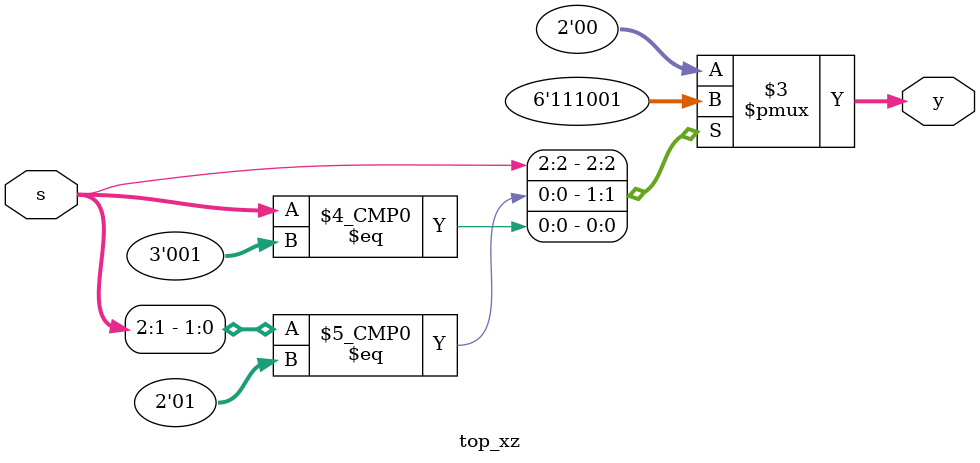
<source format=sv>
module top_za(input logic [2:0] s, output logic [1:0] y); // verilog_lint: waive module-filename
always_comb
 casez (s)
  3'b1?? : y = 2'b11;
  3'b01? : y = 2'b10;
  3'b001 : y = 2'b01;
  default : y= 2'b00;
 endcase
endmodule

module top_zz(input logic [2:0] s, output logic [1:0] y); // verilog_lint: waive module-filename
always_comb
 casez (s)
  3'b1zz : y = 2'b11;
  3'b01z : y = 2'b10;
  3'b001 : y = 2'b01;
  default : y= 2'b00;
 endcase
endmodule

module top_zx(input logic [2:0] s, output logic [1:0] y); // verilog_lint: waive module-filename
always_comb
 casez (s)
  3'b1xx : y = 2'b11;
  3'b01x : y = 2'b10;
  3'b001 : y = 2'b01;
  default : y= 2'b00;
 endcase
endmodule

module top_xa(input logic [2:0] s, output logic [1:0] y); // verilog_lint: waive module-filename
always_comb
 casex (s)
  3'b1?? : y = 2'b11;
  3'b01? : y = 2'b10;
  3'b001 : y = 2'b01;
  default : y= 2'b00;
 endcase
endmodule

module top_xx(input logic [2:0] s, output logic [1:0] y); // verilog_lint: waive module-filename
always_comb
 casex (s)
  3'b1xx : y = 2'b11;
  3'b01x : y = 2'b10;
  3'b001 : y = 2'b01;
  default : y= 2'b00;
 endcase
endmodule

module top_xz(input logic [2:0] s, output logic [1:0] y); // verilog_lint: waive module-filename
always_comb
 casex (s)
  3'b1zz : y = 2'b11;
  3'b01z : y = 2'b10;
  3'b001 : y = 2'b01;
  default : y= 2'b00;
 endcase
endmodule

</source>
